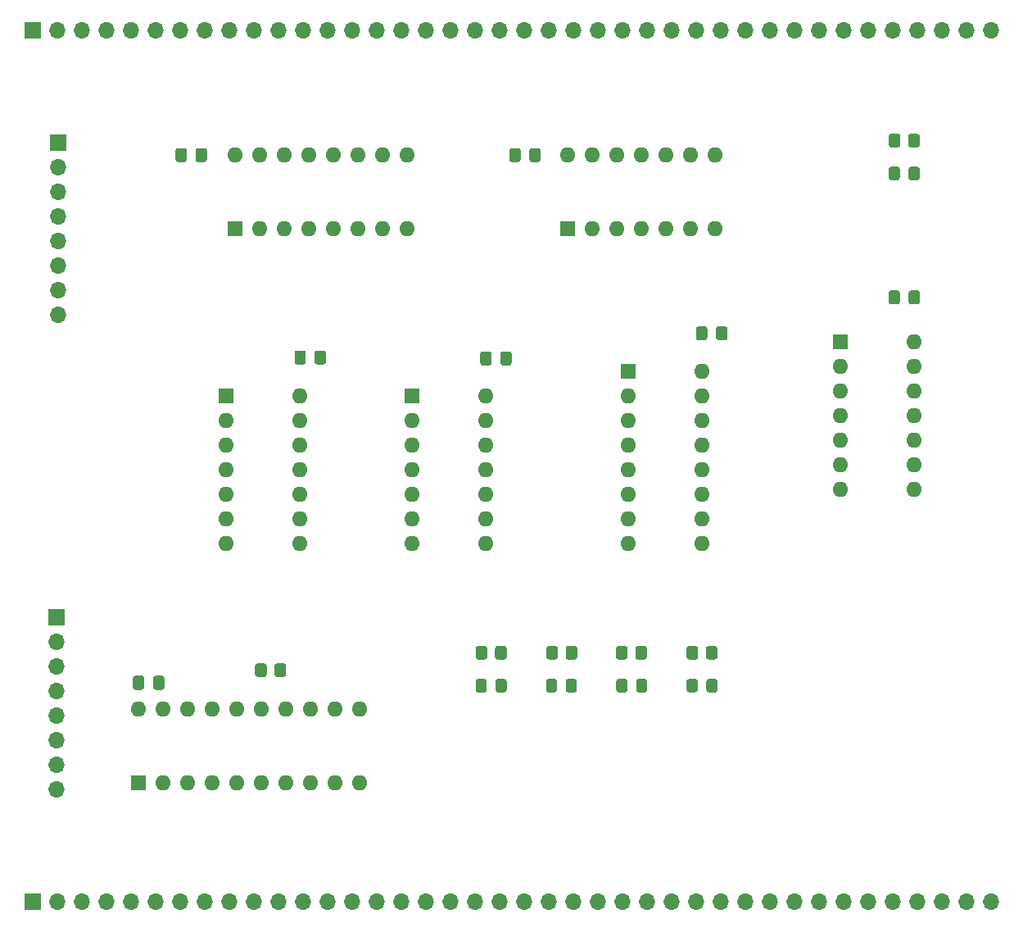
<source format=gts>
G04 #@! TF.GenerationSoftware,KiCad,Pcbnew,(5.1.9)-1*
G04 #@! TF.CreationDate,2021-11-21T16:09:14-05:00*
G04 #@! TF.ProjectId,flags,666c6167-732e-46b6-9963-61645f706362,1.0*
G04 #@! TF.SameCoordinates,Original*
G04 #@! TF.FileFunction,Soldermask,Top*
G04 #@! TF.FilePolarity,Negative*
%FSLAX46Y46*%
G04 Gerber Fmt 4.6, Leading zero omitted, Abs format (unit mm)*
G04 Created by KiCad (PCBNEW (5.1.9)-1) date 2021-11-21 16:09:14*
%MOMM*%
%LPD*%
G01*
G04 APERTURE LIST*
%ADD10O,1.700000X1.700000*%
%ADD11R,1.700000X1.700000*%
%ADD12O,1.600000X1.600000*%
%ADD13R,1.600000X1.600000*%
G04 APERTURE END LIST*
G36*
G01*
X176900000Y-57850001D02*
X176900000Y-56949999D01*
G75*
G02*
X177149999Y-56700000I249999J0D01*
G01*
X177850001Y-56700000D01*
G75*
G02*
X178100000Y-56949999I0J-249999D01*
G01*
X178100000Y-57850001D01*
G75*
G02*
X177850001Y-58100000I-249999J0D01*
G01*
X177149999Y-58100000D01*
G75*
G02*
X176900000Y-57850001I0J249999D01*
G01*
G37*
G36*
G01*
X174900000Y-57850001D02*
X174900000Y-56949999D01*
G75*
G02*
X175149999Y-56700000I249999J0D01*
G01*
X175850001Y-56700000D01*
G75*
G02*
X176100000Y-56949999I0J-249999D01*
G01*
X176100000Y-57850001D01*
G75*
G02*
X175850001Y-58100000I-249999J0D01*
G01*
X175149999Y-58100000D01*
G75*
G02*
X174900000Y-57850001I0J249999D01*
G01*
G37*
G36*
G01*
X176950000Y-61250001D02*
X176950000Y-60349999D01*
G75*
G02*
X177199999Y-60100000I249999J0D01*
G01*
X177850001Y-60100000D01*
G75*
G02*
X178100000Y-60349999I0J-249999D01*
G01*
X178100000Y-61250001D01*
G75*
G02*
X177850001Y-61500000I-249999J0D01*
G01*
X177199999Y-61500000D01*
G75*
G02*
X176950000Y-61250001I0J249999D01*
G01*
G37*
G36*
G01*
X174900000Y-61250001D02*
X174900000Y-60349999D01*
G75*
G02*
X175149999Y-60100000I249999J0D01*
G01*
X175800001Y-60100000D01*
G75*
G02*
X176050000Y-60349999I0J-249999D01*
G01*
X176050000Y-61250001D01*
G75*
G02*
X175800001Y-61500000I-249999J0D01*
G01*
X175149999Y-61500000D01*
G75*
G02*
X174900000Y-61250001I0J249999D01*
G01*
G37*
G36*
G01*
X97950000Y-112925000D02*
X97950000Y-113875000D01*
G75*
G02*
X97700000Y-114125000I-250000J0D01*
G01*
X97025000Y-114125000D01*
G75*
G02*
X96775000Y-113875000I0J250000D01*
G01*
X96775000Y-112925000D01*
G75*
G02*
X97025000Y-112675000I250000J0D01*
G01*
X97700000Y-112675000D01*
G75*
G02*
X97950000Y-112925000I0J-250000D01*
G01*
G37*
G36*
G01*
X100025000Y-112925000D02*
X100025000Y-113875000D01*
G75*
G02*
X99775000Y-114125000I-250000J0D01*
G01*
X99100000Y-114125000D01*
G75*
G02*
X98850000Y-113875000I0J250000D01*
G01*
X98850000Y-112925000D01*
G75*
G02*
X99100000Y-112675000I250000J0D01*
G01*
X99775000Y-112675000D01*
G75*
G02*
X100025000Y-112925000I0J-250000D01*
G01*
G37*
D10*
X88900000Y-124400000D03*
X88900000Y-121860000D03*
X88900000Y-119320000D03*
X88900000Y-116780000D03*
X88900000Y-114240000D03*
X88900000Y-111700000D03*
X88900000Y-109160000D03*
D11*
X88900000Y-106620000D03*
D10*
X89000000Y-75380000D03*
X89000000Y-72840000D03*
X89000000Y-70300000D03*
X89000000Y-67760000D03*
X89000000Y-65220000D03*
X89000000Y-62680000D03*
X89000000Y-60140000D03*
D11*
X89000000Y-57600000D03*
G36*
G01*
X134200000Y-110750001D02*
X134200000Y-109849999D01*
G75*
G02*
X134449999Y-109600000I249999J0D01*
G01*
X135150001Y-109600000D01*
G75*
G02*
X135400000Y-109849999I0J-249999D01*
G01*
X135400000Y-110750001D01*
G75*
G02*
X135150001Y-111000000I-249999J0D01*
G01*
X134449999Y-111000000D01*
G75*
G02*
X134200000Y-110750001I0J249999D01*
G01*
G37*
G36*
G01*
X132200000Y-110750001D02*
X132200000Y-109849999D01*
G75*
G02*
X132449999Y-109600000I249999J0D01*
G01*
X133150001Y-109600000D01*
G75*
G02*
X133400000Y-109849999I0J-249999D01*
G01*
X133400000Y-110750001D01*
G75*
G02*
X133150001Y-111000000I-249999J0D01*
G01*
X132449999Y-111000000D01*
G75*
G02*
X132200000Y-110750001I0J249999D01*
G01*
G37*
G36*
G01*
X141500000Y-110750001D02*
X141500000Y-109849999D01*
G75*
G02*
X141749999Y-109600000I249999J0D01*
G01*
X142450001Y-109600000D01*
G75*
G02*
X142700000Y-109849999I0J-249999D01*
G01*
X142700000Y-110750001D01*
G75*
G02*
X142450001Y-111000000I-249999J0D01*
G01*
X141749999Y-111000000D01*
G75*
G02*
X141500000Y-110750001I0J249999D01*
G01*
G37*
G36*
G01*
X139500000Y-110750001D02*
X139500000Y-109849999D01*
G75*
G02*
X139749999Y-109600000I249999J0D01*
G01*
X140450001Y-109600000D01*
G75*
G02*
X140700000Y-109849999I0J-249999D01*
G01*
X140700000Y-110750001D01*
G75*
G02*
X140450001Y-111000000I-249999J0D01*
G01*
X139749999Y-111000000D01*
G75*
G02*
X139500000Y-110750001I0J249999D01*
G01*
G37*
G36*
G01*
X148700000Y-110750001D02*
X148700000Y-109849999D01*
G75*
G02*
X148949999Y-109600000I249999J0D01*
G01*
X149650001Y-109600000D01*
G75*
G02*
X149900000Y-109849999I0J-249999D01*
G01*
X149900000Y-110750001D01*
G75*
G02*
X149650001Y-111000000I-249999J0D01*
G01*
X148949999Y-111000000D01*
G75*
G02*
X148700000Y-110750001I0J249999D01*
G01*
G37*
G36*
G01*
X146700000Y-110750001D02*
X146700000Y-109849999D01*
G75*
G02*
X146949999Y-109600000I249999J0D01*
G01*
X147650001Y-109600000D01*
G75*
G02*
X147900000Y-109849999I0J-249999D01*
G01*
X147900000Y-110750001D01*
G75*
G02*
X147650001Y-111000000I-249999J0D01*
G01*
X146949999Y-111000000D01*
G75*
G02*
X146700000Y-110750001I0J249999D01*
G01*
G37*
G36*
G01*
X134250000Y-114150001D02*
X134250000Y-113249999D01*
G75*
G02*
X134499999Y-113000000I249999J0D01*
G01*
X135150001Y-113000000D01*
G75*
G02*
X135400000Y-113249999I0J-249999D01*
G01*
X135400000Y-114150001D01*
G75*
G02*
X135150001Y-114400000I-249999J0D01*
G01*
X134499999Y-114400000D01*
G75*
G02*
X134250000Y-114150001I0J249999D01*
G01*
G37*
G36*
G01*
X132200000Y-114150001D02*
X132200000Y-113249999D01*
G75*
G02*
X132449999Y-113000000I249999J0D01*
G01*
X133100001Y-113000000D01*
G75*
G02*
X133350000Y-113249999I0J-249999D01*
G01*
X133350000Y-114150001D01*
G75*
G02*
X133100001Y-114400000I-249999J0D01*
G01*
X132449999Y-114400000D01*
G75*
G02*
X132200000Y-114150001I0J249999D01*
G01*
G37*
G36*
G01*
X141516666Y-114150001D02*
X141516666Y-113249999D01*
G75*
G02*
X141766665Y-113000000I249999J0D01*
G01*
X142416667Y-113000000D01*
G75*
G02*
X142666666Y-113249999I0J-249999D01*
G01*
X142666666Y-114150001D01*
G75*
G02*
X142416667Y-114400000I-249999J0D01*
G01*
X141766665Y-114400000D01*
G75*
G02*
X141516666Y-114150001I0J249999D01*
G01*
G37*
G36*
G01*
X139466666Y-114150001D02*
X139466666Y-113249999D01*
G75*
G02*
X139716665Y-113000000I249999J0D01*
G01*
X140366667Y-113000000D01*
G75*
G02*
X140616666Y-113249999I0J-249999D01*
G01*
X140616666Y-114150001D01*
G75*
G02*
X140366667Y-114400000I-249999J0D01*
G01*
X139716665Y-114400000D01*
G75*
G02*
X139466666Y-114150001I0J249999D01*
G01*
G37*
G36*
G01*
X148783332Y-114150001D02*
X148783332Y-113249999D01*
G75*
G02*
X149033331Y-113000000I249999J0D01*
G01*
X149683333Y-113000000D01*
G75*
G02*
X149933332Y-113249999I0J-249999D01*
G01*
X149933332Y-114150001D01*
G75*
G02*
X149683333Y-114400000I-249999J0D01*
G01*
X149033331Y-114400000D01*
G75*
G02*
X148783332Y-114150001I0J249999D01*
G01*
G37*
G36*
G01*
X146733332Y-114150001D02*
X146733332Y-113249999D01*
G75*
G02*
X146983331Y-113000000I249999J0D01*
G01*
X147633333Y-113000000D01*
G75*
G02*
X147883332Y-113249999I0J-249999D01*
G01*
X147883332Y-114150001D01*
G75*
G02*
X147633333Y-114400000I-249999J0D01*
G01*
X146983331Y-114400000D01*
G75*
G02*
X146733332Y-114150001I0J249999D01*
G01*
G37*
G36*
G01*
X156000000Y-110750001D02*
X156000000Y-109849999D01*
G75*
G02*
X156249999Y-109600000I249999J0D01*
G01*
X156950001Y-109600000D01*
G75*
G02*
X157200000Y-109849999I0J-249999D01*
G01*
X157200000Y-110750001D01*
G75*
G02*
X156950001Y-111000000I-249999J0D01*
G01*
X156249999Y-111000000D01*
G75*
G02*
X156000000Y-110750001I0J249999D01*
G01*
G37*
G36*
G01*
X154000000Y-110750001D02*
X154000000Y-109849999D01*
G75*
G02*
X154249999Y-109600000I249999J0D01*
G01*
X154950001Y-109600000D01*
G75*
G02*
X155200000Y-109849999I0J-249999D01*
G01*
X155200000Y-110750001D01*
G75*
G02*
X154950001Y-111000000I-249999J0D01*
G01*
X154249999Y-111000000D01*
G75*
G02*
X154000000Y-110750001I0J249999D01*
G01*
G37*
G36*
G01*
X156050000Y-114150001D02*
X156050000Y-113249999D01*
G75*
G02*
X156299999Y-113000000I249999J0D01*
G01*
X156950001Y-113000000D01*
G75*
G02*
X157200000Y-113249999I0J-249999D01*
G01*
X157200000Y-114150001D01*
G75*
G02*
X156950001Y-114400000I-249999J0D01*
G01*
X156299999Y-114400000D01*
G75*
G02*
X156050000Y-114150001I0J249999D01*
G01*
G37*
G36*
G01*
X154000000Y-114150001D02*
X154000000Y-113249999D01*
G75*
G02*
X154249999Y-113000000I249999J0D01*
G01*
X154900001Y-113000000D01*
G75*
G02*
X155150000Y-113249999I0J-249999D01*
G01*
X155150000Y-114150001D01*
G75*
G02*
X154900001Y-114400000I-249999J0D01*
G01*
X154249999Y-114400000D01*
G75*
G02*
X154000000Y-114150001I0J249999D01*
G01*
G37*
G36*
G01*
X176950000Y-74075000D02*
X176950000Y-73125000D01*
G75*
G02*
X177200000Y-72875000I250000J0D01*
G01*
X177875000Y-72875000D01*
G75*
G02*
X178125000Y-73125000I0J-250000D01*
G01*
X178125000Y-74075000D01*
G75*
G02*
X177875000Y-74325000I-250000J0D01*
G01*
X177200000Y-74325000D01*
G75*
G02*
X176950000Y-74075000I0J250000D01*
G01*
G37*
G36*
G01*
X174875000Y-74075000D02*
X174875000Y-73125000D01*
G75*
G02*
X175125000Y-72875000I250000J0D01*
G01*
X175800000Y-72875000D01*
G75*
G02*
X176050000Y-73125000I0J-250000D01*
G01*
X176050000Y-74075000D01*
G75*
G02*
X175800000Y-74325000I-250000J0D01*
G01*
X175125000Y-74325000D01*
G75*
G02*
X174875000Y-74075000I0J250000D01*
G01*
G37*
G36*
G01*
X137750000Y-59375000D02*
X137750000Y-58425000D01*
G75*
G02*
X138000000Y-58175000I250000J0D01*
G01*
X138675000Y-58175000D01*
G75*
G02*
X138925000Y-58425000I0J-250000D01*
G01*
X138925000Y-59375000D01*
G75*
G02*
X138675000Y-59625000I-250000J0D01*
G01*
X138000000Y-59625000D01*
G75*
G02*
X137750000Y-59375000I0J250000D01*
G01*
G37*
G36*
G01*
X135675000Y-59375000D02*
X135675000Y-58425000D01*
G75*
G02*
X135925000Y-58175000I250000J0D01*
G01*
X136600000Y-58175000D01*
G75*
G02*
X136850000Y-58425000I0J-250000D01*
G01*
X136850000Y-59375000D01*
G75*
G02*
X136600000Y-59625000I-250000J0D01*
G01*
X135925000Y-59625000D01*
G75*
G02*
X135675000Y-59375000I0J250000D01*
G01*
G37*
G36*
G01*
X156150000Y-76825000D02*
X156150000Y-77775000D01*
G75*
G02*
X155900000Y-78025000I-250000J0D01*
G01*
X155225000Y-78025000D01*
G75*
G02*
X154975000Y-77775000I0J250000D01*
G01*
X154975000Y-76825000D01*
G75*
G02*
X155225000Y-76575000I250000J0D01*
G01*
X155900000Y-76575000D01*
G75*
G02*
X156150000Y-76825000I0J-250000D01*
G01*
G37*
G36*
G01*
X158225000Y-76825000D02*
X158225000Y-77775000D01*
G75*
G02*
X157975000Y-78025000I-250000J0D01*
G01*
X157300000Y-78025000D01*
G75*
G02*
X157050000Y-77775000I0J250000D01*
G01*
X157050000Y-76825000D01*
G75*
G02*
X157300000Y-76575000I250000J0D01*
G01*
X157975000Y-76575000D01*
G75*
G02*
X158225000Y-76825000I0J-250000D01*
G01*
G37*
D12*
X177520000Y-78200000D03*
X169900000Y-93440000D03*
X177520000Y-80740000D03*
X169900000Y-90900000D03*
X177520000Y-83280000D03*
X169900000Y-88360000D03*
X177520000Y-85820000D03*
X169900000Y-85820000D03*
X177520000Y-88360000D03*
X169900000Y-83280000D03*
X177520000Y-90900000D03*
X169900000Y-80740000D03*
X177520000Y-93440000D03*
D13*
X169900000Y-78200000D03*
D12*
X141700000Y-58880000D03*
X156940000Y-66500000D03*
X144240000Y-58880000D03*
X154400000Y-66500000D03*
X146780000Y-58880000D03*
X151860000Y-66500000D03*
X149320000Y-58880000D03*
X149320000Y-66500000D03*
X151860000Y-58880000D03*
X146780000Y-66500000D03*
X154400000Y-58880000D03*
X144240000Y-66500000D03*
X156940000Y-58880000D03*
D13*
X141700000Y-66500000D03*
D12*
X97300000Y-116080000D03*
X120160000Y-123700000D03*
X99840000Y-116080000D03*
X117620000Y-123700000D03*
X102380000Y-116080000D03*
X115080000Y-123700000D03*
X104920000Y-116080000D03*
X112540000Y-123700000D03*
X107460000Y-116080000D03*
X110000000Y-123700000D03*
X110000000Y-116080000D03*
X107460000Y-123700000D03*
X112540000Y-116080000D03*
X104920000Y-123700000D03*
X115080000Y-116080000D03*
X102380000Y-123700000D03*
X117620000Y-116080000D03*
X99840000Y-123700000D03*
X120160000Y-116080000D03*
D13*
X97300000Y-123700000D03*
D12*
X155620000Y-81220000D03*
X148000000Y-99000000D03*
X155620000Y-83760000D03*
X148000000Y-96460000D03*
X155620000Y-86300000D03*
X148000000Y-93920000D03*
X155620000Y-88840000D03*
X148000000Y-91380000D03*
X155620000Y-91380000D03*
X148000000Y-88840000D03*
X155620000Y-93920000D03*
X148000000Y-86300000D03*
X155620000Y-96460000D03*
X148000000Y-83760000D03*
X155620000Y-99000000D03*
D13*
X148000000Y-81220000D03*
D12*
X114020000Y-83800000D03*
X106400000Y-99040000D03*
X114020000Y-86340000D03*
X106400000Y-96500000D03*
X114020000Y-88880000D03*
X106400000Y-93960000D03*
X114020000Y-91420000D03*
X106400000Y-91420000D03*
X114020000Y-93960000D03*
X106400000Y-88880000D03*
X114020000Y-96500000D03*
X106400000Y-86340000D03*
X114020000Y-99040000D03*
D13*
X106400000Y-83800000D03*
D12*
X133220000Y-83800000D03*
X125600000Y-99040000D03*
X133220000Y-86340000D03*
X125600000Y-96500000D03*
X133220000Y-88880000D03*
X125600000Y-93960000D03*
X133220000Y-91420000D03*
X125600000Y-91420000D03*
X133220000Y-93960000D03*
X125600000Y-88880000D03*
X133220000Y-96500000D03*
X125600000Y-86340000D03*
X133220000Y-99040000D03*
D13*
X125600000Y-83800000D03*
D12*
X107300000Y-58880000D03*
X125080000Y-66500000D03*
X109840000Y-58880000D03*
X122540000Y-66500000D03*
X112380000Y-58880000D03*
X120000000Y-66500000D03*
X114920000Y-58880000D03*
X117460000Y-66500000D03*
X117460000Y-58880000D03*
X114920000Y-66500000D03*
X120000000Y-58880000D03*
X112380000Y-66500000D03*
X122540000Y-58880000D03*
X109840000Y-66500000D03*
X125080000Y-58880000D03*
D13*
X107300000Y-66500000D03*
G36*
G01*
X111400000Y-112550001D02*
X111400000Y-111649999D01*
G75*
G02*
X111649999Y-111400000I249999J0D01*
G01*
X112350001Y-111400000D01*
G75*
G02*
X112600000Y-111649999I0J-249999D01*
G01*
X112600000Y-112550001D01*
G75*
G02*
X112350001Y-112800000I-249999J0D01*
G01*
X111649999Y-112800000D01*
G75*
G02*
X111400000Y-112550001I0J249999D01*
G01*
G37*
G36*
G01*
X109400000Y-112550001D02*
X109400000Y-111649999D01*
G75*
G02*
X109649999Y-111400000I249999J0D01*
G01*
X110350001Y-111400000D01*
G75*
G02*
X110600000Y-111649999I0J-249999D01*
G01*
X110600000Y-112550001D01*
G75*
G02*
X110350001Y-112800000I-249999J0D01*
G01*
X109649999Y-112800000D01*
G75*
G02*
X109400000Y-112550001I0J249999D01*
G01*
G37*
G36*
G01*
X114650000Y-79325000D02*
X114650000Y-80275000D01*
G75*
G02*
X114400000Y-80525000I-250000J0D01*
G01*
X113725000Y-80525000D01*
G75*
G02*
X113475000Y-80275000I0J250000D01*
G01*
X113475000Y-79325000D01*
G75*
G02*
X113725000Y-79075000I250000J0D01*
G01*
X114400000Y-79075000D01*
G75*
G02*
X114650000Y-79325000I0J-250000D01*
G01*
G37*
G36*
G01*
X116725000Y-79325000D02*
X116725000Y-80275000D01*
G75*
G02*
X116475000Y-80525000I-250000J0D01*
G01*
X115800000Y-80525000D01*
G75*
G02*
X115550000Y-80275000I0J250000D01*
G01*
X115550000Y-79325000D01*
G75*
G02*
X115800000Y-79075000I250000J0D01*
G01*
X116475000Y-79075000D01*
G75*
G02*
X116725000Y-79325000I0J-250000D01*
G01*
G37*
G36*
G01*
X133850000Y-79425000D02*
X133850000Y-80375000D01*
G75*
G02*
X133600000Y-80625000I-250000J0D01*
G01*
X132925000Y-80625000D01*
G75*
G02*
X132675000Y-80375000I0J250000D01*
G01*
X132675000Y-79425000D01*
G75*
G02*
X132925000Y-79175000I250000J0D01*
G01*
X133600000Y-79175000D01*
G75*
G02*
X133850000Y-79425000I0J-250000D01*
G01*
G37*
G36*
G01*
X135925000Y-79425000D02*
X135925000Y-80375000D01*
G75*
G02*
X135675000Y-80625000I-250000J0D01*
G01*
X135000000Y-80625000D01*
G75*
G02*
X134750000Y-80375000I0J250000D01*
G01*
X134750000Y-79425000D01*
G75*
G02*
X135000000Y-79175000I250000J0D01*
G01*
X135675000Y-79175000D01*
G75*
G02*
X135925000Y-79425000I0J-250000D01*
G01*
G37*
G36*
G01*
X103250000Y-59375000D02*
X103250000Y-58425000D01*
G75*
G02*
X103500000Y-58175000I250000J0D01*
G01*
X104175000Y-58175000D01*
G75*
G02*
X104425000Y-58425000I0J-250000D01*
G01*
X104425000Y-59375000D01*
G75*
G02*
X104175000Y-59625000I-250000J0D01*
G01*
X103500000Y-59625000D01*
G75*
G02*
X103250000Y-59375000I0J250000D01*
G01*
G37*
G36*
G01*
X101175000Y-59375000D02*
X101175000Y-58425000D01*
G75*
G02*
X101425000Y-58175000I250000J0D01*
G01*
X102100000Y-58175000D01*
G75*
G02*
X102350000Y-58425000I0J-250000D01*
G01*
X102350000Y-59375000D01*
G75*
G02*
X102100000Y-59625000I-250000J0D01*
G01*
X101425000Y-59625000D01*
G75*
G02*
X101175000Y-59375000I0J250000D01*
G01*
G37*
D10*
X185460000Y-136000000D03*
X182920000Y-136000000D03*
X180380000Y-136000000D03*
X177840000Y-136000000D03*
X175300000Y-136000000D03*
X172760000Y-136000000D03*
X170220000Y-136000000D03*
X167680000Y-136000000D03*
X165140000Y-136000000D03*
X162600000Y-136000000D03*
X160060000Y-136000000D03*
X157520000Y-136000000D03*
X154980000Y-136000000D03*
X152440000Y-136000000D03*
X149900000Y-136000000D03*
X147360000Y-136000000D03*
X144820000Y-136000000D03*
X142280000Y-136000000D03*
X139740000Y-136000000D03*
X137200000Y-136000000D03*
X134660000Y-136000000D03*
X132120000Y-136000000D03*
X129580000Y-136000000D03*
X127040000Y-136000000D03*
X124500000Y-136000000D03*
X121960000Y-136000000D03*
X119420000Y-136000000D03*
X116880000Y-136000000D03*
X114340000Y-136000000D03*
X111800000Y-136000000D03*
X109260000Y-136000000D03*
X106720000Y-136000000D03*
X104180000Y-136000000D03*
X101640000Y-136000000D03*
X99100000Y-136000000D03*
X96560000Y-136000000D03*
X94020000Y-136000000D03*
X91480000Y-136000000D03*
X88940000Y-136000000D03*
D11*
X86400000Y-136000000D03*
D10*
X185460000Y-46000000D03*
X182920000Y-46000000D03*
X180380000Y-46000000D03*
X177840000Y-46000000D03*
X175300000Y-46000000D03*
X172760000Y-46000000D03*
X170220000Y-46000000D03*
X167680000Y-46000000D03*
X165140000Y-46000000D03*
X162600000Y-46000000D03*
X160060000Y-46000000D03*
X157520000Y-46000000D03*
X154980000Y-46000000D03*
X152440000Y-46000000D03*
X149900000Y-46000000D03*
X147360000Y-46000000D03*
X144820000Y-46000000D03*
X142280000Y-46000000D03*
X139740000Y-46000000D03*
X137200000Y-46000000D03*
X134660000Y-46000000D03*
X132120000Y-46000000D03*
X129580000Y-46000000D03*
X127040000Y-46000000D03*
X124500000Y-46000000D03*
X121960000Y-46000000D03*
X119420000Y-46000000D03*
X116880000Y-46000000D03*
X114340000Y-46000000D03*
X111800000Y-46000000D03*
X109260000Y-46000000D03*
X106720000Y-46000000D03*
X104180000Y-46000000D03*
X101640000Y-46000000D03*
X99100000Y-46000000D03*
X96560000Y-46000000D03*
X94020000Y-46000000D03*
X91480000Y-46000000D03*
X88940000Y-46000000D03*
D11*
X86400000Y-46000000D03*
M02*

</source>
